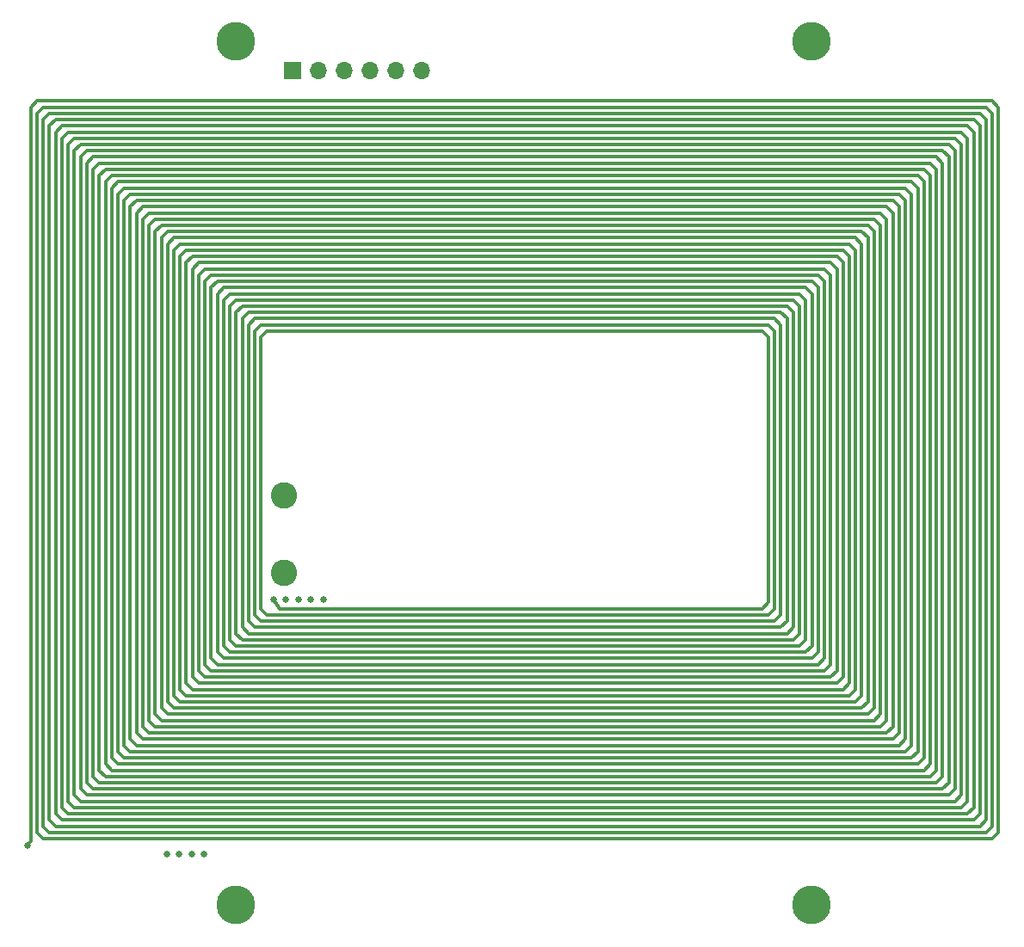
<source format=gbr>
%TF.GenerationSoftware,KiCad,Pcbnew,(6.0.5)*%
%TF.CreationDate,2022-08-19T16:14:06-07:00*%
%TF.ProjectId,Coil_Panels_Z,436f696c-5f50-4616-9e65-6c735f5a2e6b,rev?*%
%TF.SameCoordinates,Original*%
%TF.FileFunction,Copper,L1,Top*%
%TF.FilePolarity,Positive*%
%FSLAX46Y46*%
G04 Gerber Fmt 4.6, Leading zero omitted, Abs format (unit mm)*
G04 Created by KiCad (PCBNEW (6.0.5)) date 2022-08-19 16:14:06*
%MOMM*%
%LPD*%
G01*
G04 APERTURE LIST*
%TA.AperFunction,ComponentPad*%
%ADD10C,2.600000*%
%TD*%
%TA.AperFunction,ConnectorPad*%
%ADD11C,3.800000*%
%TD*%
%TA.AperFunction,ComponentPad*%
%ADD12R,1.700000X1.700000*%
%TD*%
%TA.AperFunction,ComponentPad*%
%ADD13O,1.700000X1.700000*%
%TD*%
%TA.AperFunction,ViaPad*%
%ADD14C,0.650000*%
%TD*%
%TA.AperFunction,Conductor*%
%ADD15C,0.306000*%
%TD*%
G04 APERTURE END LIST*
D10*
%TO.P,H1,1,1*%
%TO.N,unconnected-(H1-Pad1)*%
X119708000Y-136558000D03*
D11*
X119708000Y-136558000D03*
%TD*%
D10*
%TO.P,TP1,1,1*%
%TO.N,Coil_IN*%
X124500000Y-96190000D03*
%TO.P,TP1,2,2*%
X124500000Y-103810000D03*
%TD*%
D12*
%TO.P,J1,1,Pin_1*%
%TO.N,Net-(J1-Pad1)*%
X125310000Y-54370000D03*
D13*
%TO.P,J1,2,Pin_2*%
%TO.N,Net-(J1-Pad2)*%
X127850000Y-54370000D03*
%TO.P,J1,3,Pin_3*%
%TO.N,Net-(J1-Pad3)*%
X130390000Y-54370000D03*
%TO.P,J1,4,Pin_4*%
%TO.N,Net-(J1-Pad4)*%
X132930000Y-54370000D03*
%TO.P,J1,5,Pin_5*%
%TO.N,Net-(J1-Pad5)*%
X135470000Y-54370000D03*
%TO.P,J1,6,Pin_6*%
%TO.N,Net-(J1-Pad6)*%
X138010000Y-54370000D03*
%TD*%
D10*
%TO.P,H4,1,1*%
%TO.N,unconnected-(H4-Pad1)*%
X176382000Y-136558000D03*
D11*
X176382000Y-136558000D03*
%TD*%
%TO.P,H2,1,1*%
%TO.N,unconnected-(H2-Pad1)*%
X119708000Y-51558000D03*
D10*
X119708000Y-51558000D03*
%TD*%
%TO.P,H3,1,1*%
%TO.N,unconnected-(H3-Pad1)*%
X176382000Y-51558000D03*
D11*
X176382000Y-51558000D03*
%TD*%
D14*
%TO.N,Coil_IN*%
X124656000Y-106452799D03*
X125880000Y-106452799D03*
X112930000Y-131544800D03*
X128328000Y-106452799D03*
X115378000Y-131544800D03*
X116602000Y-131544800D03*
X99260000Y-130650000D03*
X114154000Y-131544800D03*
X123432000Y-106452799D03*
X127104000Y-106452799D03*
%TD*%
D15*
%TO.N,Coil_IN*%
X174592000Y-76986800D02*
X119760000Y-76986800D01*
X105684000Y-123894800D02*
X106296000Y-124506800D01*
X189280000Y-62298800D02*
X105072000Y-62298800D01*
X103236000Y-61686800D02*
X103236000Y-126342800D01*
X175204000Y-77598800D02*
X174592000Y-76986800D01*
X108744000Y-122058800D02*
X186220000Y-122058800D01*
X108744000Y-67194800D02*
X108744000Y-120834800D01*
X183160000Y-68418800D02*
X111192000Y-68418800D01*
X182548000Y-70254800D02*
X181936000Y-69642800D01*
X106296000Y-123282800D02*
X106908000Y-123894800D01*
X105072000Y-124506800D02*
X105684000Y-125118800D01*
X184996000Y-120834800D02*
X185608000Y-120222800D01*
X173368000Y-79434799D02*
X172756000Y-78822800D01*
X175204000Y-109818800D02*
X175204000Y-77598800D01*
X106296000Y-64746800D02*
X106296000Y-123282800D01*
X101400000Y-58626800D02*
X100788000Y-59238800D01*
X192340000Y-60462800D02*
X191728000Y-59850800D01*
X114864000Y-114714800D02*
X115476000Y-115326800D01*
X178264000Y-114102800D02*
X178876000Y-113490800D01*
X120372000Y-78822800D02*
X120372000Y-109206800D01*
X116700000Y-73926800D02*
X116088000Y-74538800D01*
X123432000Y-106452799D02*
X124044000Y-107370800D01*
X174592000Y-109206800D02*
X174592000Y-78210800D01*
X108744000Y-120834800D02*
X109356000Y-121446800D01*
X194788000Y-58014800D02*
X194176000Y-57402800D01*
X172755999Y-107370800D02*
X172755999Y-80046800D01*
X101400000Y-129402800D02*
X193564000Y-129402800D01*
X189892000Y-62910800D02*
X189280000Y-62298800D01*
X117312000Y-74538800D02*
X116700000Y-75150800D01*
X194176000Y-128790800D02*
X194176000Y-58626800D01*
X104460000Y-125118800D02*
X105072000Y-125730800D01*
X180099999Y-114714800D02*
X180099999Y-72702799D01*
X105072000Y-125730800D02*
X189892000Y-125730800D01*
X124044000Y-107370800D02*
X171532000Y-107370800D01*
X119760000Y-109818800D02*
X120372000Y-110430800D01*
X113028000Y-71478800D02*
X113028000Y-116550800D01*
X112416000Y-118386800D02*
X182548000Y-118386800D01*
X192952000Y-127566800D02*
X192952000Y-59850800D01*
X185608000Y-65970800D02*
X108743999Y-65970800D01*
X184384000Y-68418800D02*
X183772000Y-67806800D01*
X120984000Y-79434799D02*
X120984000Y-108594800D01*
X187444000Y-123282800D02*
X188056000Y-122670800D01*
X110580000Y-69030800D02*
X110580000Y-118998800D01*
X190504000Y-126342800D02*
X191116000Y-125730800D01*
X184996000Y-67806800D02*
X184384000Y-67194800D01*
X109968000Y-67194800D02*
X109356000Y-67806800D01*
X181936000Y-69642800D02*
X112415999Y-69642800D01*
X121596000Y-80046800D02*
X121596000Y-107982800D01*
X192952000Y-59850800D02*
X192340000Y-59238800D01*
X102011999Y-59238800D02*
X101400000Y-59850800D01*
X105684000Y-125118800D02*
X189280000Y-125118800D01*
X178264000Y-74538800D02*
X177652000Y-73926800D01*
X121596000Y-109206800D02*
X173368000Y-109206800D01*
X117312000Y-75762799D02*
X117312000Y-112266800D01*
X109968000Y-120834800D02*
X184996000Y-120834800D01*
X103848000Y-125730800D02*
X104460000Y-126342800D01*
X101400000Y-59850800D02*
X101400000Y-128178800D01*
X192340000Y-59238800D02*
X102011999Y-59238800D01*
X183772000Y-67806800D02*
X110580000Y-67806800D01*
X184384000Y-120222800D02*
X184996000Y-119610800D01*
X177652000Y-113490800D02*
X178264000Y-112878800D01*
X181936000Y-117774800D02*
X182548000Y-117162800D01*
X114864000Y-115938800D02*
X180100000Y-115938800D01*
X174592000Y-110430800D02*
X175204000Y-109818800D01*
X192340000Y-128178800D02*
X192952000Y-127566800D01*
X109356000Y-120222800D02*
X109968000Y-120834800D01*
X122820000Y-107982800D02*
X172144000Y-107982800D01*
X181324000Y-70254800D02*
X113028000Y-70254800D01*
X179487999Y-114102800D02*
X179487999Y-73314800D01*
X179487999Y-115326800D02*
X180099999Y-114714800D01*
X104460000Y-126342800D02*
X190504000Y-126342800D01*
X176428000Y-75150800D02*
X117924000Y-75150800D01*
X191728000Y-127566800D02*
X192340000Y-126954800D01*
X188056000Y-63522800D02*
X106296000Y-63522800D01*
X186832000Y-64746800D02*
X107520000Y-64746800D01*
X122207999Y-79434800D02*
X121596000Y-80046800D01*
X114252000Y-72702799D02*
X114252000Y-115326800D01*
X102012000Y-60462800D02*
X102012000Y-127566800D01*
X122208000Y-80658799D02*
X122208000Y-107370800D01*
X172144000Y-80658799D02*
X171532000Y-80046800D01*
X109968000Y-119610800D02*
X110580000Y-120222800D01*
X186219999Y-66582800D02*
X185608000Y-65970800D01*
X173368000Y-78210800D02*
X120984000Y-78210800D01*
X107520000Y-65970800D02*
X107520000Y-122058800D01*
X175204000Y-76374800D02*
X119148000Y-76374800D01*
X193563999Y-128178800D02*
X193563999Y-59238800D01*
X173980000Y-108594800D02*
X173980000Y-78822800D01*
X108132000Y-122670800D02*
X186832000Y-122670800D01*
X112415999Y-69642800D02*
X111804000Y-70254800D01*
X114252000Y-116550800D02*
X180712000Y-116550800D01*
X178264000Y-73314800D02*
X116088000Y-73314800D01*
X189279999Y-123894800D02*
X189279999Y-63522800D01*
X115475999Y-72702800D02*
X114864000Y-73314800D01*
X190504000Y-62298800D02*
X189892000Y-61686800D01*
X111804000Y-117774800D02*
X112416000Y-118386800D01*
X113640000Y-70866800D02*
X113028000Y-71478800D01*
X102012000Y-127566800D02*
X102624000Y-128178800D01*
X118536000Y-111042800D02*
X119148000Y-111654800D01*
X103848000Y-62298800D02*
X103848000Y-125730800D01*
X185608000Y-67194800D02*
X184996000Y-66582800D01*
X120372000Y-110430800D02*
X174592000Y-110430800D01*
X110580000Y-67806800D02*
X109968000Y-68418800D01*
X100788000Y-130014800D02*
X194176000Y-130014800D01*
X120984000Y-108594800D02*
X121596000Y-109206800D01*
X113640000Y-72090799D02*
X113640000Y-115938800D01*
X194176000Y-58626800D02*
X193564000Y-58014800D01*
X110580000Y-118998800D02*
X111192000Y-119610800D01*
X102624000Y-59850800D02*
X102012000Y-60462800D01*
X113028000Y-117774800D02*
X181936000Y-117774800D01*
X117924000Y-75150800D02*
X117312000Y-75762799D01*
X188056000Y-122670800D02*
X188056000Y-64746800D01*
X114864000Y-73314800D02*
X114864000Y-114714800D01*
X103236000Y-127566800D02*
X191728000Y-127566800D01*
X118536000Y-76986800D02*
X118536000Y-111042800D01*
X186832000Y-122670800D02*
X187444000Y-122058800D01*
X188668000Y-124506800D02*
X189279999Y-123894800D01*
X119148000Y-110430800D02*
X119760000Y-111042800D01*
X114252000Y-71478800D02*
X113640000Y-72090799D01*
X188056000Y-123894800D02*
X188668000Y-123282800D01*
X117312000Y-113490800D02*
X177652000Y-113490800D01*
X178876000Y-114714800D02*
X179487999Y-114102800D01*
X116700000Y-114102800D02*
X178264000Y-114102800D01*
X106908000Y-122670800D02*
X107520000Y-123282800D01*
X116088000Y-114714800D02*
X178876000Y-114714800D01*
X180100000Y-71478800D02*
X114252000Y-71478800D01*
X178264000Y-112878800D02*
X178264000Y-74538800D01*
X193564000Y-58014800D02*
X100788000Y-58014800D01*
X111192000Y-68418800D02*
X110580000Y-69030800D01*
X107520000Y-122058800D02*
X108132000Y-122670800D01*
X191728000Y-59850800D02*
X102624000Y-59850800D01*
X181936000Y-70866800D02*
X181324000Y-70254800D01*
X114252000Y-115326800D02*
X114864000Y-115938800D01*
X119148000Y-111654800D02*
X175816000Y-111654800D01*
X105684000Y-64134800D02*
X105684000Y-123894800D01*
X186219999Y-120834800D02*
X186219999Y-66582800D01*
X189280000Y-125118800D02*
X189892000Y-124506800D01*
X193563999Y-59238800D02*
X192951999Y-58626800D01*
X100176000Y-129402800D02*
X100788000Y-130014800D01*
X175816000Y-76986800D02*
X175204000Y-76374800D01*
X106908000Y-64134800D02*
X106296000Y-64746800D01*
X177040000Y-112878800D02*
X177652000Y-112266800D01*
X175816000Y-75762800D02*
X118536000Y-75762800D01*
X171532000Y-107370800D02*
X172144000Y-106758800D01*
X181324000Y-115938800D02*
X181324000Y-71478800D01*
X99564000Y-58014800D02*
X99564000Y-130296000D01*
X115476000Y-73926799D02*
X115476000Y-114102800D01*
X120372000Y-109206800D02*
X120984000Y-109818800D01*
X119760000Y-78210800D02*
X119760000Y-109818800D01*
X183772000Y-119610800D02*
X184384000Y-118998800D01*
X177652000Y-73926800D02*
X116700000Y-73926800D01*
X100176000Y-57402800D02*
X99564000Y-58014800D01*
X106296000Y-124506800D02*
X188668000Y-124506800D01*
X179487999Y-73314800D02*
X178876000Y-72702800D01*
X111804000Y-70254800D02*
X111804000Y-117774800D01*
X184384000Y-118998800D02*
X184384000Y-68418800D01*
X105072000Y-62298800D02*
X104460000Y-62910800D01*
X182548000Y-118386800D02*
X183159999Y-117774800D01*
X173368000Y-107982800D02*
X173368000Y-79434799D01*
X181324000Y-71478800D02*
X180712000Y-70866800D01*
X119760000Y-76986800D02*
X119148000Y-77598800D01*
X103236000Y-60462800D02*
X102624000Y-61074800D01*
X120984000Y-78210800D02*
X120372000Y-78822800D01*
X106908000Y-123894800D02*
X188056000Y-123894800D01*
X182548000Y-69030800D02*
X111804000Y-69030800D01*
X190504000Y-61074800D02*
X103848000Y-61074800D01*
X177652000Y-75150800D02*
X177040000Y-74538800D01*
X101400000Y-128178800D02*
X102012000Y-128790800D01*
X114864000Y-72090799D02*
X114252000Y-72702799D01*
X183772000Y-69030800D02*
X183160000Y-68418800D01*
X106296000Y-63522800D02*
X105684000Y-64134800D01*
X177652000Y-112266800D02*
X177652000Y-75150800D01*
X107520000Y-64746800D02*
X106908000Y-65358800D01*
X188668000Y-62910800D02*
X105683999Y-62910800D01*
X120984000Y-109818800D02*
X173980000Y-109818800D01*
X99564000Y-130296000D02*
X99230000Y-130630000D01*
X111192000Y-119610800D02*
X183772000Y-119610800D01*
X103848000Y-61074800D02*
X103236000Y-61686800D01*
X112416000Y-70866800D02*
X112416000Y-117162800D01*
X100176000Y-58626800D02*
X100176000Y-129402800D01*
X173368000Y-109206800D02*
X173980000Y-108594800D01*
X113028000Y-70254800D02*
X112416000Y-70866800D01*
X172756000Y-108594800D02*
X173368000Y-107982800D01*
X118536000Y-75762800D02*
X117924000Y-76374800D01*
X117924000Y-76374800D02*
X117924000Y-111654800D01*
X115476000Y-115326800D02*
X179487999Y-115326800D01*
X172144000Y-106758800D02*
X172144000Y-80658799D01*
X179487999Y-72090799D02*
X114864000Y-72090799D01*
X105683999Y-62910800D02*
X105072000Y-63522800D01*
X172144000Y-79434800D02*
X122207999Y-79434800D01*
X181936000Y-116550800D02*
X181936000Y-70866800D01*
X177040000Y-74538800D02*
X117312000Y-74538800D01*
X171532000Y-80046800D02*
X122820000Y-80046800D01*
X116700000Y-75150800D02*
X116700000Y-112878800D01*
X173980000Y-77598800D02*
X120372000Y-77598800D01*
X185608000Y-121446800D02*
X186219999Y-120834800D01*
X109356000Y-67806800D02*
X109356000Y-120222800D01*
X175816000Y-111654800D02*
X176427999Y-111042800D01*
X175204000Y-111042800D02*
X175816000Y-110430800D01*
X100788000Y-128790800D02*
X101400000Y-129402800D01*
X106908000Y-65358800D02*
X106908000Y-122670800D01*
X191116000Y-126954800D02*
X191728000Y-126342800D01*
X116088000Y-73314800D02*
X115476000Y-73926799D01*
X183772000Y-118386800D02*
X183772000Y-69030800D01*
X192340000Y-126954800D02*
X192340000Y-60462800D01*
X120372000Y-77598800D02*
X119760000Y-78210800D01*
X186832000Y-65970800D02*
X186220000Y-65358800D01*
X119760000Y-111042800D02*
X175204000Y-111042800D01*
X182548000Y-117162800D02*
X182548000Y-70254800D01*
X100788000Y-58014800D02*
X100176000Y-58626800D01*
X109356000Y-121446800D02*
X185608000Y-121446800D01*
X178876000Y-73926799D02*
X178264000Y-73314800D01*
X183159999Y-69642800D02*
X182548000Y-69030800D01*
X108132000Y-65358800D02*
X107520000Y-65970800D01*
X173980000Y-78822800D02*
X173368000Y-78210800D01*
X180712000Y-72090799D02*
X180100000Y-71478800D01*
X178876000Y-113490800D02*
X178876000Y-73926799D01*
X111192000Y-69642800D02*
X111192000Y-118386800D01*
X176427999Y-76374800D02*
X175816000Y-75762800D01*
X174592000Y-78210800D02*
X173980000Y-77598800D01*
X118536000Y-112266800D02*
X176428000Y-112266800D01*
X191728000Y-126342800D02*
X191728000Y-61074800D01*
X184996000Y-66582800D02*
X109356000Y-66582800D01*
X103848000Y-126954800D02*
X191116000Y-126954800D01*
X183160000Y-118998800D02*
X183772000Y-118386800D01*
X113640000Y-117162800D02*
X181324000Y-117162800D01*
X180099999Y-72702799D02*
X179487999Y-72090799D01*
X187444000Y-65358800D02*
X186832000Y-64746800D01*
X121596000Y-107982800D02*
X122208000Y-108594800D01*
X184384000Y-67194800D02*
X109968000Y-67194800D01*
X193564000Y-129402800D02*
X194176000Y-128790800D01*
X192951999Y-58626800D02*
X101400000Y-58626800D01*
X183159999Y-117774800D02*
X183159999Y-69642800D01*
X173980000Y-109818800D02*
X174592000Y-109206800D01*
X188668000Y-64134800D02*
X188056000Y-63522800D01*
X188668000Y-123282800D02*
X188668000Y-64134800D01*
X122208000Y-108594800D02*
X172756000Y-108594800D01*
X194176000Y-57402800D02*
X100176000Y-57402800D01*
X180100000Y-115938800D02*
X180712000Y-115326800D01*
X116700000Y-112878800D02*
X117312000Y-113490800D01*
X103236000Y-126342800D02*
X103848000Y-126954800D01*
X108743999Y-65970800D02*
X108132000Y-66582800D01*
X177040000Y-75762799D02*
X176428000Y-75150800D01*
X184996000Y-119610800D02*
X184996000Y-67806800D01*
X117312000Y-112266800D02*
X117924000Y-112878800D01*
X187444000Y-64134800D02*
X106908000Y-64134800D01*
X112416000Y-117162800D02*
X113028000Y-117774800D01*
X191116000Y-60462800D02*
X103236000Y-60462800D01*
X175816000Y-110430800D02*
X175816000Y-76986800D01*
X119148000Y-77598800D02*
X119148000Y-110430800D01*
X191116000Y-125730800D02*
X191116000Y-61686800D01*
X180712000Y-115326800D02*
X180712000Y-72090799D01*
X185608000Y-120222800D02*
X185608000Y-67194800D01*
X176427999Y-111042800D02*
X176427999Y-76374800D01*
X108132000Y-121446800D02*
X108744000Y-122058800D01*
X121596000Y-78822800D02*
X120984000Y-79434799D01*
X192951999Y-128790800D02*
X193563999Y-128178800D01*
X191116000Y-61686800D02*
X190504000Y-61074800D01*
X177040000Y-111654800D02*
X177040000Y-75762799D01*
X104460000Y-62910800D02*
X104460000Y-125118800D01*
X111192000Y-118386800D02*
X111804000Y-118998800D01*
X117924000Y-112878800D02*
X177040000Y-112878800D01*
X180712000Y-70866800D02*
X113640000Y-70866800D01*
X186832000Y-121446800D02*
X186832000Y-65970800D01*
X186220000Y-65358800D02*
X108132000Y-65358800D01*
X100788000Y-59238800D02*
X100788000Y-128790800D01*
X122208000Y-107370800D02*
X122820000Y-107982800D01*
X109356000Y-66582800D02*
X108744000Y-67194800D01*
X194788000Y-129402800D02*
X194788000Y-58014800D01*
X119148000Y-76374800D02*
X118536000Y-76986800D01*
X113640000Y-115938800D02*
X114252000Y-116550800D01*
X191728000Y-61074800D02*
X191116000Y-60462800D01*
X107520000Y-123282800D02*
X187444000Y-123282800D01*
X172144000Y-107982800D02*
X172755999Y-107370800D01*
X104460000Y-61686800D02*
X103848000Y-62298800D01*
X116088000Y-113490800D02*
X116700000Y-114102800D01*
X189892000Y-61686800D02*
X104460000Y-61686800D01*
X186220000Y-122058800D02*
X186832000Y-121446800D01*
X176428000Y-112266800D02*
X177040000Y-111654800D01*
X172755999Y-80046800D02*
X172144000Y-79434800D01*
X188056000Y-64746800D02*
X187444000Y-64134800D01*
X172756000Y-78822800D02*
X121596000Y-78822800D01*
X189892000Y-125730800D02*
X190504000Y-125118800D01*
X111804000Y-69030800D02*
X111192000Y-69642800D01*
X108132000Y-66582800D02*
X108132000Y-121446800D01*
X105072000Y-63522800D02*
X105072000Y-124506800D01*
X190504000Y-125118800D02*
X190504000Y-62298800D01*
X113028000Y-116550800D02*
X113640000Y-117162800D01*
X116088000Y-74538800D02*
X116088000Y-113490800D01*
X102624000Y-61074800D02*
X102624000Y-126954800D01*
X102012000Y-128790800D02*
X192951999Y-128790800D01*
X109968000Y-68418800D02*
X109968000Y-119610800D01*
X117924000Y-111654800D02*
X118536000Y-112266800D01*
X102624000Y-126954800D02*
X103236000Y-127566800D01*
X180712000Y-116550800D02*
X181324000Y-115938800D01*
X178876000Y-72702800D02*
X115475999Y-72702800D01*
X122820000Y-80046800D02*
X122208000Y-80658799D01*
X187444000Y-122058800D02*
X187444000Y-65358800D01*
X102624000Y-128178800D02*
X192340000Y-128178800D01*
X189892000Y-124506800D02*
X189892000Y-62910800D01*
X110580000Y-120222800D02*
X184384000Y-120222800D01*
X111804000Y-118998800D02*
X183160000Y-118998800D01*
X189279999Y-63522800D02*
X188668000Y-62910800D01*
X115476000Y-114102800D02*
X116088000Y-114714800D01*
X194176000Y-130014800D02*
X194788000Y-129402800D01*
X181324000Y-117162800D02*
X181936000Y-116550800D01*
%TD*%
M02*

</source>
